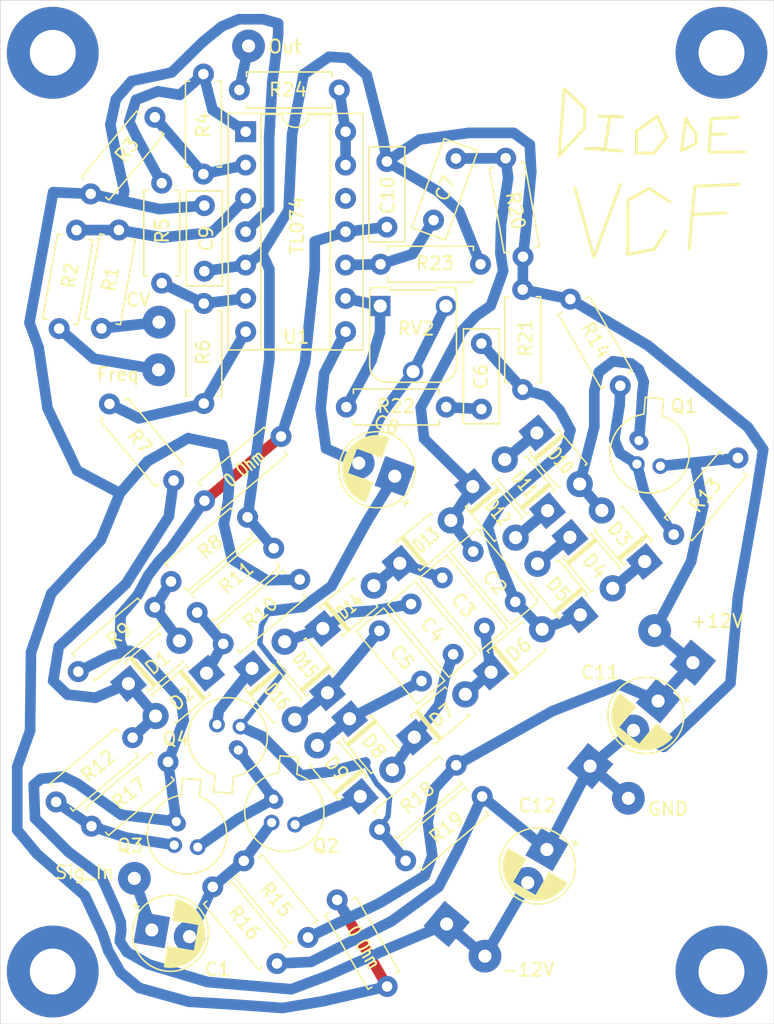
<source format=kicad_pcb>
(kicad_pcb (version 20171130) (host pcbnew "(5.1.2-1)-1")
  (layers (0 F.Cu signal) (31 B.Cu signal) (34 B.Paste user hide) (35 F.Paste user hide) (36 B.SilkS user hide) (37 F.SilkS user) (38 B.Mask user hide) (39 F.Mask user hide) (44 Edge.Cuts user))
  (net 0 "")
  (net 1 "Net-(C1-Pad2)")
  (net 2 "Net-(C1-Pad1)")
  (net 3 "Net-(C2-Pad1)")
  (net 4 "Net-(C2-Pad2)")
  (net 5 "Net-(C3-Pad2)")
  (net 6 "Net-(C3-Pad1)")
  (net 7 "Net-(C4-Pad2)")
  (net 8 "Net-(C4-Pad1)")
  (net 9 "Net-(C5-Pad1)")
  (net 10 "Net-(C5-Pad2)")
  (net 11 "Net-(C6-Pad1)")
  (net 12 "Net-(C7-Pad1)")
  (net 13 "Net-(C8-Pad1)")
  (net 14 "Net-(C8-Pad2)")
  (net 15 Earth)
  (net 16 +12V)
  (net 17 -12V)
  (net 18 "Net-(D1-Pad1)")
  (net 19 "Net-(D1-Pad2)")
  (net 20 "Net-(D2-Pad1)")
  (net 21 "Net-(D10-Pad2)")
  (net 22 "Net-(D3-Pad1)")
  (net 23 "Net-(D4-Pad1)")
  (net 24 "Net-(D9-Pad1)")
  (net 25 "Net-(D10-Pad1)")
  (net 26 "Net-(D11-Pad1)")
  (net 27 "Net-(D16-Pad1)")
  (net 28 "Net-(J1-Pad1)")
  (net 29 "Net-(J3-Pad1)")
  (net 30 "Net-(J7-Pad1)")
  (net 31 "Net-(Q1-Pad2)")
  (net 32 "Net-(Q2-Pad1)")
  (net 33 "Net-(Q4-Pad2)")
  (net 34 "Net-(R1-Pad1)")
  (net 35 "Net-(R3-Pad2)")
  (net 36 "Net-(R4-Pad1)")
  (net 37 "Net-(R5-Pad1)")
  (net 38 "Net-(R6-Pad1)")
  (net 39 "Net-(R22-Pad1)")
  (net 40 "Net-(R24-Pad2)")
  (net 41 "Net-(RV3-Pad2)")
  (module MountingHole:MountingHole_3.5mm_Pad (layer F.Cu) (at 16 86)
    (fp_text reference REF** hide)
    (fp_text value MountingHole_3.5mm_Pad)
    (pad 1 thru_hole circle (at 0 0) (size 7 7) (drill 3.5) (layers *.Cu *.Mask))
  )
  (module MountingHole:MountingHole_3.5mm_Pad (layer F.Cu) (at 67 86)
    (fp_text reference REF** hide)
    (fp_text value MountingHole_3.5mm_Pad)
    (pad 1 thru_hole circle (at 0 0) (size 7 7) (drill 3.5) (layers *.Cu *.Mask))
  )
  (module MountingHole:MountingHole_3.5mm_Pad (layer F.Cu) (at 67 16)
    (fp_text reference REF** hide)
    (fp_text value MountingHole_3.5mm_Pad)
    (pad 1 thru_hole circle (at 0 0) (size 7 7) (drill 3.5) (layers *.Cu *.Mask))
  )
  (module MountingHole:MountingHole_3.5mm_Pad (layer F.Cu) (at 16 16)
    (fp_text reference REF** hide)
    (fp_text value MountingHole_3.5mm_Pad)
    (pad 1 thru_hole circle (at 0 0) (size 7 7) (drill 3.5) (layers *.Cu *.Mask))
  )
  (module Resistor_THT:R_Axial_DIN0207_L6.3mm_D2.5mm_P7.62mm_Horizontal (layer F.Cu) (at 27.57 50.13 40)
    (fp_text reference "0 Ohm" (at 3.924121 0.068372 40) (layer F.SilkS) (effects (font (size 1 0.7))))
    (fp_text value R_Axial_DIN0207_L6.3mm_D2.5mm_P7.62mm_Horizontal)
    (pad 2 thru_hole oval (at 7.620001 0 40) (size 1.6 1.6) (drill 0.8) (layers *.Cu *.Mask) (net 17 -12V))
    (pad 1 thru_hole circle (at 0 0 40) (size 1.6 1.6) (drill 0.8) (layers *.Cu *.Mask) (net 17 -12V))
  )
  (module Resistor_THT:R_Axial_DIN0207_L6.3mm_D2.5mm_P7.62mm_Horizontal (layer F.Cu) (at 41.5 87.14 120)
    (fp_text reference "0 Ohm" (at 3.474416 -0.037865 120) (layer F.SilkS) (effects (font (size 1 0.7))))
    (fp_text value R_Axial_DIN0207_L6.3mm_D2.5mm_P7.62mm_Horizontal)
    (pad 2 thru_hole oval (at 7.62 0 120) (size 1.6 1.6) (drill 0.8) (layers *.Cu *.Mask) (net 16 +12V))
    (pad 1 thru_hole circle (at 0 0 120) (size 1.6 1.6) (drill 0.8) (layers *.Cu *.Mask) (net 16 +12V))
  )
  (module Capacitor_THT:CP_Radial_D5.0mm_P2.0mm_Bigger_Holes (layer F.Cu) (at 25.160471 83.943275 350)
    (fp_text reference C1 (at 3.677245 1.277587 180) (layer F.SilkS))
    (fp_text value 4u7)
    (pad 2 thru_hole circle (at 1.143 -0.8128 350) (size 2.4 2.4) (drill 1) (layers *.Cu *.Mask) (net 1 "Net-(C1-Pad2)"))
    (pad 1 thru_hole rect (at -1.778 -0.8128 350) (size 2.4 2.4) (drill 1) (layers *.Cu *.Mask) (net 2 "Net-(C1-Pad1)"))
  )
  (module Capacitor_THT:C_Rect_L7.0mm_W2.5mm_P5.00mm (layer F.Cu) (at 48.060818 53.999766 310)
    (fp_text reference C2 (at 2.860457 0.247355 130) (layer F.SilkS))
    (fp_text value 10n)
    (pad 1 thru_hole circle (at 0 0 310) (size 1.6 1.6) (drill 0.8) (layers *.Cu *.Mask) (net 3 "Net-(C2-Pad1)"))
    (pad 2 thru_hole circle (at 5 0 310) (size 1.6 1.6) (drill 0.8) (layers *.Cu *.Mask) (net 4 "Net-(C2-Pad2)"))
  )
  (module Capacitor_THT:C_Rect_L7.0mm_W2.5mm_P5.00mm (layer F.Cu) (at 45.706596 56.001299 310)
    (fp_text reference C3 (at 2.637114 0.106652 130) (layer F.SilkS))
    (fp_text value 10n)
    (pad 2 thru_hole circle (at 5 0 310) (size 1.6 1.6) (drill 0.8) (layers *.Cu *.Mask) (net 5 "Net-(C3-Pad2)"))
    (pad 1 thru_hole circle (at 0 0 310) (size 1.6 1.6) (drill 0.8) (layers *.Cu *.Mask) (net 6 "Net-(C3-Pad1)"))
  )
  (module Capacitor_THT:C_Rect_L7.0mm_W2.5mm_P5.00mm (layer F.Cu) (at 43.324199 58.000368 310)
    (fp_text reference C4 (at 2.530889 0.001336 130) (layer F.SilkS))
    (fp_text value 10n)
    (pad 2 thru_hole circle (at 5 0 310) (size 1.6 1.6) (drill 0.8) (layers *.Cu *.Mask) (net 7 "Net-(C4-Pad2)"))
    (pad 1 thru_hole circle (at 0 0 310) (size 1.6 1.6) (drill 0.8) (layers *.Cu *.Mask) (net 8 "Net-(C4-Pad1)"))
  )
  (module Capacitor_THT:C_Rect_L7.0mm_W2.5mm_P5.00mm (layer F.Cu) (at 40.909924 60.039238 310)
    (fp_text reference C5 (at 2.667725 -0.019966 130) (layer F.SilkS))
    (fp_text value 10n)
    (pad 1 thru_hole circle (at 0 0 310) (size 1.6 1.6) (drill 0.8) (layers *.Cu *.Mask) (net 9 "Net-(C5-Pad1)"))
    (pad 2 thru_hole circle (at 5 0 310) (size 1.6 1.6) (drill 0.8) (layers *.Cu *.Mask) (net 10 "Net-(C5-Pad2)"))
  )
  (module Capacitor_THT:C_Rect_L7.0mm_W2.5mm_P5.00mm (layer F.Cu) (at 48.69 43.15 90)
    (fp_text reference C6 (at 2.48 -0.03 90) (layer F.SilkS))
    (fp_text value 220n)
    (pad 1 thru_hole circle (at 0 0 90) (size 1.6 1.6) (drill 0.8) (layers *.Cu *.Mask) (net 11 "Net-(C6-Pad1)"))
    (pad 2 thru_hole circle (at 5 0 90) (size 1.6 1.6) (drill 0.8) (layers *.Cu *.Mask) (net 4 "Net-(C2-Pad2)"))
  )
  (module Capacitor_THT:C_Rect_L7.0mm_W2.5mm_P5.00mm (layer F.Cu) (at 45.04 28.75 70)
    (fp_text reference C7 (at 2.581874 0.018035 70) (layer F.SilkS))
    (fp_text value 220n)
    (pad 2 thru_hole circle (at 5 0 70) (size 1.6 1.6) (drill 0.8) (layers *.Cu *.Mask) (net 3 "Net-(C2-Pad1)"))
    (pad 1 thru_hole circle (at 0 0 70) (size 1.6 1.6) (drill 0.8) (layers *.Cu *.Mask) (net 12 "Net-(C7-Pad1)"))
  )
  (module Capacitor_THT:CP_Radial_D5.0mm_P2.0mm_Bigger_Holes (layer F.Cu) (at 40.69 46.89 160)
    (fp_text reference C8 (at 0.1524 2.6416 160) (layer F.SilkS))
    (fp_text value 4u7)
    (pad 1 thru_hole rect (at -1.778 -0.8128 160) (size 2.4 2.4) (drill 1) (layers *.Cu *.Mask) (net 13 "Net-(C8-Pad1)"))
    (pad 2 thru_hole circle (at 1.143 -0.8128 160) (size 2.4 2.4) (drill 1) (layers *.Cu *.Mask) (net 14 "Net-(C8-Pad2)"))
  )
  (module Capacitor_THT:C_Rect_L7.0mm_W2.5mm_P5.00mm (layer F.Cu) (at 27.56 27.64 270)
    (fp_text reference C9 (at 2.53 -0.15 90) (layer F.SilkS))
    (fp_text value 100n)
    (pad 2 thru_hole circle (at 5 0 270) (size 1.6 1.6) (drill 0.8) (layers *.Cu *.Mask) (net 15 Earth))
    (pad 1 thru_hole circle (at 0 0 270) (size 1.6 1.6) (drill 0.8) (layers *.Cu *.Mask) (net 16 +12V))
  )
  (module Capacitor_THT:C_Rect_L7.0mm_W2.5mm_P5.00mm (layer F.Cu) (at 41.48 24.28 270)
    (fp_text reference C10 (at 2.58 -0.06 90) (layer F.SilkS))
    (fp_text value 100n)
    (pad 1 thru_hole circle (at 0 0 270) (size 1.6 1.6) (drill 0.8) (layers *.Cu *.Mask) (net 15 Earth))
    (pad 2 thru_hole circle (at 5 0 270) (size 1.6 1.6) (drill 0.8) (layers *.Cu *.Mask) (net 17 -12V))
  )
  (module Capacitor_THT:CP_Radial_D5.0mm_P2.0mm_Bigger_Holes (layer F.Cu) (at 60.4 66.23 230)
    (fp_text reference C11 (at -0.603639 3.978897) (layer F.SilkS))
    (fp_text value 10u)
    (pad 2 thru_hole circle (at 1.143 -0.8128 230) (size 2.4 2.4) (drill 1) (layers *.Cu *.Mask) (net 15 Earth))
    (pad 1 thru_hole rect (at -1.778 -0.8128 230) (size 2.4 2.4) (drill 1) (layers *.Cu *.Mask) (net 16 +12V))
  )
  (module Capacitor_THT:CP_Radial_D5.0mm_P2.0mm_Bigger_Holes (layer F.Cu) (at 52.09 77.84 240)
    (fp_text reference C12 (at -4.309794 1.495218) (layer F.SilkS))
    (fp_text value 10u)
    (pad 1 thru_hole rect (at -1.778 -0.8128 240) (size 2.4 2.4) (drill 1) (layers *.Cu *.Mask) (net 15 Earth))
    (pad 2 thru_hole circle (at 1.143 -0.8128 240) (size 2.4 2.4) (drill 1) (layers *.Cu *.Mask) (net 17 -12V))
  )
  (module Diode_THT:D_T-1_P5.08mm_Horizontal (layer F.Cu) (at 21.769157 64.064395 40)
    (fp_text reference D1 (at 2.733782 0.212581 40) (layer F.SilkS))
    (fp_text value D_Small)
    (pad 1 thru_hole rect (at 0 0 40) (size 2 2) (drill 1) (layers *.Cu *.Mask) (net 18 "Net-(D1-Pad1)"))
    (pad 2 thru_hole oval (at 5.08 0 40) (size 2 2) (drill 1) (layers *.Cu *.Mask) (net 19 "Net-(D1-Pad2)"))
  )
  (module Diode_THT:D_T-1_P5.08mm_Horizontal (layer F.Cu) (at 27.730439 63.265697 220)
    (fp_text reference D2 (at 2.649241 -0.262914 40) (layer F.SilkS))
    (fp_text value D_Small)
    (pad 1 thru_hole rect (at 0 0 220) (size 2 2) (drill 1) (layers *.Cu *.Mask) (net 20 "Net-(D2-Pad1)"))
    (pad 2 thru_hole oval (at 5.08 0 220) (size 2 2) (drill 1) (layers *.Cu *.Mask) (net 18 "Net-(D1-Pad1)"))
  )
  (module Diode_THT:D_T-1_P5.08mm_Horizontal (layer F.Cu) (at 61.13988 54.760739 130)
    (fp_text reference D3 (at 2.835674 -0.126812 130) (layer F.SilkS))
    (fp_text value D_Small)
    (pad 2 thru_hole oval (at 5.08 0 130) (size 2 2) (drill 1) (layers *.Cu *.Mask) (net 21 "Net-(D10-Pad2)"))
    (pad 1 thru_hole rect (at 0 0 130) (size 2 2) (drill 1) (layers *.Cu *.Mask) (net 22 "Net-(D3-Pad1)"))
  )
  (module Diode_THT:D_T-1_P5.08mm_Horizontal (layer F.Cu) (at 55.438499 52.913297 310)
    (fp_text reference D4 (at 2.890945 -0.043388 130) (layer F.SilkS))
    (fp_text value D_Small)
    (pad 1 thru_hole rect (at 0 0 310) (size 2 2) (drill 1) (layers *.Cu *.Mask) (net 23 "Net-(D4-Pad1)"))
    (pad 2 thru_hole oval (at 5.08 0 310) (size 2 2) (drill 1) (layers *.Cu *.Mask) (net 22 "Net-(D3-Pad1)"))
  )
  (module Diode_THT:D_T-1_P5.08mm_Horizontal (layer F.Cu) (at 56.234467 58.824655 130)
    (fp_text reference D5 (at 2.573679 -0.026288 130) (layer F.SilkS))
    (fp_text value D_Small)
    (pad 1 thru_hole rect (at 0 0 130) (size 2 2) (drill 1) (layers *.Cu *.Mask) (net 4 "Net-(C2-Pad2)"))
    (pad 2 thru_hole oval (at 5.08 0 130) (size 2 2) (drill 1) (layers *.Cu *.Mask) (net 23 "Net-(D4-Pad1)"))
  )
  (module Diode_THT:D_T-1_P5.08mm_Horizontal (layer F.Cu) (at 49.428719 63.190785 40)
    (fp_text reference D6 (at 2.722202 0.024819 40) (layer F.SilkS))
    (fp_text value D_Small)
    (pad 2 thru_hole oval (at 5.08 0 40) (size 2 2) (drill 1) (layers *.Cu *.Mask) (net 4 "Net-(C2-Pad2)"))
    (pad 1 thru_hole rect (at 0 0 40) (size 2 2) (drill 1) (layers *.Cu *.Mask) (net 5 "Net-(C3-Pad2)"))
  )
  (module Diode_THT:D_T-1_P5.08mm_Horizontal (layer F.Cu) (at 43.572442 68.143948 40)
    (fp_text reference D7 (at 2.66996 0.081287 40) (layer F.SilkS))
    (fp_text value D_Small)
    (pad 2 thru_hole oval (at 5.08 0 40) (size 2 2) (drill 1) (layers *.Cu *.Mask) (net 5 "Net-(C3-Pad2)"))
    (pad 1 thru_hole rect (at 0 0 40) (size 2 2) (drill 1) (layers *.Cu *.Mask) (net 7 "Net-(C4-Pad2)"))
  )
  (module Diode_THT:D_T-1_P5.08mm_Horizontal (layer F.Cu) (at 38.634387 66.739487 310)
    (fp_text reference D8 (at 2.801851 -0.071298 130) (layer F.SilkS))
    (fp_text value D_Small)
    (pad 2 thru_hole oval (at 5.08 0 310) (size 2 2) (drill 1) (layers *.Cu *.Mask) (net 7 "Net-(C4-Pad2)"))
    (pad 1 thru_hole rect (at 0 0 310) (size 2 2) (drill 1) (layers *.Cu *.Mask) (net 10 "Net-(C5-Pad2)"))
  )
  (module Diode_THT:D_T-1_P5.08mm_Horizontal (layer F.Cu) (at 39.450869 72.659736 130)
    (fp_text reference D9 (at 2.810797 -0.005382 130) (layer F.SilkS))
    (fp_text value D_Small)
    (pad 2 thru_hole oval (at 5.08 0 130) (size 2 2) (drill 1) (layers *.Cu *.Mask) (net 10 "Net-(C5-Pad2)"))
    (pad 1 thru_hole rect (at 0 0 130) (size 2 2) (drill 1) (layers *.Cu *.Mask) (net 24 "Net-(D9-Pad1)"))
  )
  (module Diode_THT:D_T-1_P5.08mm_Horizontal (layer F.Cu) (at 52.918628 44.963031 310)
    (fp_text reference D10 (at 2.800108 -0.028063 130) (layer F.SilkS) (effects (font (size 1 0.7))))
    (fp_text value D_Small)
    (pad 1 thru_hole rect (at 0 0 310) (size 2 2) (drill 1) (layers *.Cu *.Mask) (net 25 "Net-(D10-Pad1)"))
    (pad 2 thru_hole oval (at 5.08 0 310) (size 2 2) (drill 1) (layers *.Cu *.Mask) (net 21 "Net-(D10-Pad2)"))
  )
  (module Diode_THT:D_T-1_P5.08mm_Horizontal (layer F.Cu) (at 53.735111 50.88328 130)
    (fp_text reference D11 (at 2.670426 -0.050382 130) (layer F.SilkS) (effects (font (size 1 0.7))))
    (fp_text value D_Small)
    (pad 2 thru_hole oval (at 5.08 0 130) (size 2 2) (drill 1) (layers *.Cu *.Mask) (net 25 "Net-(D10-Pad1)"))
    (pad 1 thru_hole rect (at 0 0 130) (size 2 2) (drill 1) (layers *.Cu *.Mask) (net 26 "Net-(D11-Pad1)"))
  )
  (module Diode_THT:D_T-1_P5.08mm_Horizontal (layer F.Cu) (at 48.032497 49.049927 310)
    (fp_text reference D12 (at 2.735283 -0.194894 130) (layer F.SilkS) (effects (font (size 1 0.7))))
    (fp_text value D_Small)
    (pad 2 thru_hole oval (at 5.08 0 310) (size 2 2) (drill 1) (layers *.Cu *.Mask) (net 26 "Net-(D11-Pad1)"))
    (pad 1 thru_hole rect (at 0 0 310) (size 2 2) (drill 1) (layers *.Cu *.Mask) (net 3 "Net-(C2-Pad1)"))
  )
  (module Diode_THT:D_T-1_P5.08mm_Horizontal (layer F.Cu) (at 42.467329 54.894523 40)
    (fp_text reference D13 (at 2.683669 -0.051555 40) (layer F.SilkS) (effects (font (size 1 0.7))))
    (fp_text value D_Small)
    (pad 1 thru_hole rect (at 0 0 40) (size 2 2) (drill 1) (layers *.Cu *.Mask) (net 6 "Net-(C3-Pad1)"))
    (pad 2 thru_hole oval (at 5.08 0 40) (size 2 2) (drill 1) (layers *.Cu *.Mask) (net 3 "Net-(C2-Pad1)"))
  )
  (module Diode_THT:D_T-1_P5.08mm_Horizontal (layer F.Cu) (at 36.595731 59.860542 40)
    (fp_text reference D14 (at 2.647465 0.040749 40) (layer F.SilkS) (effects (font (size 1 0.7))))
    (fp_text value D_Small)
    (pad 2 thru_hole oval (at 5.08 0 40) (size 2 2) (drill 1) (layers *.Cu *.Mask) (net 6 "Net-(C3-Pad1)"))
    (pad 1 thru_hole rect (at 0 0 40) (size 2 2) (drill 1) (layers *.Cu *.Mask) (net 8 "Net-(C4-Pad1)"))
  )
  (module Diode_THT:D_T-1_P5.08mm_Horizontal (layer F.Cu) (at 36.947817 64.760627 130)
    (fp_text reference D15 (at 2.71583 0.062509 130) (layer F.SilkS) (effects (font (size 1 0.7))))
    (fp_text value D_Small)
    (pad 1 thru_hole rect (at 0 0 130) (size 2 2) (drill 1) (layers *.Cu *.Mask) (net 9 "Net-(C5-Pad1)"))
    (pad 2 thru_hole oval (at 5.08 0 130) (size 2 2) (drill 1) (layers *.Cu *.Mask) (net 8 "Net-(C4-Pad1)"))
  )
  (module Diode_THT:D_T-1_P5.08mm_Horizontal (layer F.Cu) (at 31.197744 62.901827 310)
    (fp_text reference D16 (at 2.87477 -0.084054 130) (layer F.SilkS) (effects (font (size 1 0.7))))
    (fp_text value D_Small)
    (pad 1 thru_hole rect (at 0 0 310) (size 2 2) (drill 1) (layers *.Cu *.Mask) (net 27 "Net-(D16-Pad1)"))
    (pad 2 thru_hole oval (at 5.08 0 310) (size 2 2) (drill 1) (layers *.Cu *.Mask) (net 9 "Net-(C5-Pad1)"))
  )
  (module Connector_Wire:SolderWirePad_1x01_Drill1mm (layer F.Cu) (at 24.1 36.52)
    (fp_text reference J1 hide)
    (fp_text value CV_In)
    (pad 1 thru_hole circle (at 0 0) (size 2.49936 2.49936) (drill 1.00076) (layers *.Cu *.Mask) (net 28 "Net-(J1-Pad1)"))
  )
  (module Connector_Wire:SolderWirePad_1x01_Drill1mm (layer F.Cu) (at 22.224113 78.903693 310)
    (fp_text reference J2 hide)
    (fp_text value Sig_In)
    (pad 1 thru_hole circle (at 0 0 310) (size 2.49936 2.49936) (drill 1.00076) (layers *.Cu *.Mask) (net 2 "Net-(C1-Pad1)"))
  )
  (module Connector_Wire:SolderWirePad_1x01_Drill1mm (layer F.Cu) (at 30.93 15.48)
    (fp_text reference J3 hide)
    (fp_text value Sig_Out)
    (pad 1 thru_hole circle (at 0 0) (size 2.49936 2.49936) (drill 1.00076) (layers *.Cu *.Mask) (net 29 "Net-(J3-Pad1)"))
  )
  (module Connector_Wire:SolderWirePad_1x02_P3.81mm_Drill1mm (layer F.Cu) (at 64.82 62.47 140)
    (fp_text reference J4 hide)
    (fp_text value +12V)
    (pad 1 thru_hole rect (at 0 0 140) (size 2.49936 2.49936) (drill 1.00076) (layers *.Cu *.Mask) (net 16 +12V))
    (pad 2 thru_hole circle (at 3.81 0 140) (size 2.49936 2.49936) (drill 1.00076) (layers *.Cu *.Mask) (net 16 +12V))
  )
  (module Connector_Wire:SolderWirePad_1x02_P3.81mm_Drill1mm (layer F.Cu) (at 56.98137 70.350979 320)
    (fp_text reference J5 hide)
    (fp_text value GND)
    (pad 2 thru_hole circle (at 3.81 0 320) (size 2.49936 2.49936) (drill 1.00076) (layers *.Cu *.Mask) (net 15 Earth))
    (pad 1 thru_hole rect (at 0 0 320) (size 2.49936 2.49936) (drill 1.00076) (layers *.Cu *.Mask) (net 15 Earth))
  )
  (module Connector_Wire:SolderWirePad_1x02_P3.81mm_Drill1mm (layer F.Cu) (at 46.04 82.38 320)
    (fp_text reference J6 hide)
    (fp_text value -12V)
    (pad 1 thru_hole rect (at 0 0 320) (size 2.49936 2.49936) (drill 1.00076) (layers *.Cu *.Mask) (net 17 -12V))
    (pad 2 thru_hole circle (at 3.81 0 320) (size 2.49936 2.49936) (drill 1.00076) (layers *.Cu *.Mask) (net 17 -12V))
  )
  (module Connector_Wire:SolderWirePad_1x01_Drill1mm (layer F.Cu) (at 24.07 40.15)
    (fp_text reference J7 hide)
    (fp_text value Freq_Off)
    (pad 1 thru_hole circle (at 0 0) (size 2.49936 2.49936) (drill 1.00076) (layers *.Cu *.Mask) (net 30 "Net-(J7-Pad1)"))
  )
  (module Package_TO_SOT_THT:TO-18-3 (layer F.Cu) (at 60.704008 45.54479 310)
    (fp_text reference Q1 (at 0.197907 -4.319305 180) (layer F.SilkS))
    (fp_text value BC109)
    (pad 1 thru_hole oval (at 0 0 310) (size 1.6 1.2) (drill 0.7) (layers *.Cu *.Mask) (net 21 "Net-(D10-Pad2)"))
    (pad 2 thru_hole oval (at 1.27 1.27 310) (size 1.2 1.2) (drill 0.7) (layers *.Cu *.Mask) (net 31 "Net-(Q1-Pad2)"))
    (pad 3 thru_hole oval (at 2.54 0 310) (size 1.2 1.2) (drill 0.7) (layers *.Cu *.Mask) (net 16 +12V))
  )
  (module Package_TO_SOT_THT:TO-18-3 (layer F.Cu) (at 32.846099 72.862682 310)
    (fp_text reference Q2 (at 5.279438 -0.757585 180) (layer F.SilkS))
    (fp_text value BC109)
    (pad 1 thru_hole oval (at 0 0 310) (size 1.6 1.2) (drill 0.7) (layers *.Cu *.Mask) (net 32 "Net-(Q2-Pad1)"))
    (pad 2 thru_hole oval (at 1.27 1.27 310) (size 1.2 1.2) (drill 0.7) (layers *.Cu *.Mask) (net 1 "Net-(C1-Pad2)"))
    (pad 3 thru_hole oval (at 2.54 0 310) (size 1.2 1.2) (drill 0.7) (layers *.Cu *.Mask) (net 24 "Net-(D9-Pad1)"))
  )
  (module Package_TO_SOT_THT:TO-18-3 (layer F.Cu) (at 30.156158 69.12799 130)
    (fp_text reference Q3 (at -0.277815 -10.997709 180) (layer F.SilkS))
    (fp_text value BC109)
    (pad 3 thru_hole oval (at 2.54 0 130) (size 1.2 1.2) (drill 0.7) (layers *.Cu *.Mask) (net 27 "Net-(D16-Pad1)"))
    (pad 2 thru_hole oval (at 1.27 1.27 130) (size 1.2 1.2) (drill 0.7) (layers *.Cu *.Mask) (net 13 "Net-(C8-Pad1)"))
    (pad 1 thru_hole oval (at 0 0 130) (size 1.6 1.2) (drill 0.7) (layers *.Cu *.Mask) (net 32 "Net-(Q2-Pad1)"))
  )
  (module Package_TO_SOT_THT:TO-18-3 (layer F.Cu) (at 25.420612 74.576696 310)
    (fp_text reference Q4 (at -4.857314 -4.022755 180) (layer F.SilkS))
    (fp_text value BC109)
    (pad 3 thru_hole oval (at 2.54 0 310) (size 1.2 1.2) (drill 0.7) (layers *.Cu *.Mask) (net 32 "Net-(Q2-Pad1)"))
    (pad 2 thru_hole oval (at 1.27 1.27 310) (size 1.2 1.2) (drill 0.7) (layers *.Cu *.Mask) (net 33 "Net-(Q4-Pad2)"))
    (pad 1 thru_hole oval (at 0 0 310) (size 1.6 1.2) (drill 0.7) (layers *.Cu *.Mask) (net 17 -12V))
  )
  (module Resistor_THT:R_Axial_DIN0207_L6.3mm_D2.5mm_P7.62mm_Horizontal (layer F.Cu) (at 21.04 29.5 260)
    (fp_text reference R1 (at 3.782731 -0.027279 80) (layer F.SilkS))
    (fp_text value 3k3)
    (pad 2 thru_hole oval (at 7.62 0 260) (size 1.6 1.6) (drill 0.8) (layers *.Cu *.Mask) (net 28 "Net-(J1-Pad1)"))
    (pad 1 thru_hole circle (at 0 0 260) (size 1.6 1.6) (drill 0.8) (layers *.Cu *.Mask) (net 34 "Net-(R1-Pad1)"))
  )
  (module Resistor_THT:R_Axial_DIN0207_L6.3mm_D2.5mm_P7.62mm_Horizontal (layer F.Cu) (at 17.81 29.51 260)
    (fp_text reference R2 (at 3.480938 -0.126378 80) (layer F.SilkS))
    (fp_text value 15K)
    (pad 1 thru_hole circle (at 0 0 260) (size 1.6 1.6) (drill 0.8) (layers *.Cu *.Mask) (net 34 "Net-(R1-Pad1)"))
    (pad 2 thru_hole oval (at 7.62 0 260) (size 1.6 1.6) (drill 0.8) (layers *.Cu *.Mask) (net 30 "Net-(J7-Pad1)"))
  )
  (module Resistor_THT:R_Axial_DIN0207_L6.3mm_D2.5mm_P7.62mm_Horizontal (layer F.Cu) (at 18.89 26.75 50)
    (fp_text reference R3 (at 4.354431 -0.037823 50) (layer F.SilkS))
    (fp_text value 33k)
    (pad 2 thru_hole oval (at 7.62 0 50) (size 1.6 1.6) (drill 0.8) (layers *.Cu *.Mask) (net 35 "Net-(R3-Pad2)"))
    (pad 1 thru_hole circle (at 0 0 50) (size 1.6 1.6) (drill 0.8) (layers *.Cu *.Mask) (net 16 +12V))
  )
  (module Resistor_THT:R_Axial_DIN0207_L6.3mm_D2.5mm_P7.62mm_Horizontal (layer F.Cu) (at 27.49 17.62 270)
    (fp_text reference R4 (at 3.88 0.03 90) (layer F.SilkS))
    (fp_text value 10k)
    (pad 1 thru_hole circle (at 0 0 270) (size 1.6 1.6) (drill 0.8) (layers *.Cu *.Mask) (net 36 "Net-(R4-Pad1)"))
    (pad 2 thru_hole oval (at 7.62 0 270) (size 1.6 1.6) (drill 0.8) (layers *.Cu *.Mask) (net 35 "Net-(R3-Pad2)"))
  )
  (module Resistor_THT:R_Axial_DIN0207_L6.3mm_D2.5mm_P7.62mm_Horizontal (layer F.Cu) (at 24.31 33.55 90)
    (fp_text reference R5 (at 4 0.03 90) (layer F.SilkS))
    (fp_text value 22k)
    (pad 2 thru_hole oval (at 7.62 0 90) (size 1.6 1.6) (drill 0.8) (layers *.Cu *.Mask) (net 36 "Net-(R4-Pad1)"))
    (pad 1 thru_hole circle (at 0 0 90) (size 1.6 1.6) (drill 0.8) (layers *.Cu *.Mask) (net 37 "Net-(R5-Pad1)"))
  )
  (module Resistor_THT:R_Axial_DIN0207_L6.3mm_D2.5mm_P7.62mm_Horizontal (layer F.Cu) (at 27.52 42.72 90)
    (fp_text reference R6 (at 3.91 -0.06 90) (layer F.SilkS))
    (fp_text value 10k)
    (pad 2 thru_hole oval (at 7.62 0 90) (size 1.6 1.6) (drill 0.8) (layers *.Cu *.Mask) (net 37 "Net-(R5-Pad1)"))
    (pad 1 thru_hole circle (at 0 0 90) (size 1.6 1.6) (drill 0.8) (layers *.Cu *.Mask) (net 38 "Net-(R6-Pad1)"))
  )
  (module Resistor_THT:R_Axial_DIN0207_L6.3mm_D2.5mm_P7.62mm_Horizontal (layer F.Cu) (at 25.22 48.59 130)
    (fp_text reference R7 (at 3.933544 -0.067315 130) (layer F.SilkS))
    (fp_text value 2k7)
    (pad 1 thru_hole circle (at 0 0 130) (size 1.6 1.6) (drill 0.8) (layers *.Cu *.Mask) (net 18 "Net-(D1-Pad1)"))
    (pad 2 thru_hole oval (at 7.62 0 130) (size 1.6 1.6) (drill 0.8) (layers *.Cu *.Mask) (net 38 "Net-(R6-Pad1)"))
  )
  (module Resistor_THT:R_Axial_DIN0207_L6.3mm_D2.5mm_P7.62mm_Horizontal (layer F.Cu) (at 30.856501 51.387282 220)
    (fp_text reference R8 (at 3.620905 0.097586 40) (layer F.SilkS))
    (fp_text value 2k2)
    (pad 1 thru_hole circle (at 0 0 220) (size 1.6 1.6) (drill 0.8) (layers *.Cu *.Mask) (net 15 Earth))
    (pad 2 thru_hole oval (at 7.62 0 220) (size 1.6 1.6) (drill 0.8) (layers *.Cu *.Mask) (net 19 "Net-(D1-Pad2)"))
  )
  (module Resistor_THT:R_Axial_DIN0207_L6.3mm_D2.5mm_P7.62mm_Horizontal (layer F.Cu) (at 17.945404 63.147818 40)
    (fp_text reference R9 (at 4.189517 -0.162978 40) (layer F.SilkS))
    (fp_text value 12k)
    (pad 2 thru_hole oval (at 7.62 0 40) (size 1.6 1.6) (drill 0.8) (layers *.Cu *.Mask) (net 19 "Net-(D1-Pad2)"))
    (pad 1 thru_hole circle (at 0 0 40) (size 1.6 1.6) (drill 0.8) (layers *.Cu *.Mask) (net 17 -12V))
  )
  (module Resistor_THT:R_Axial_DIN0207_L6.3mm_D2.5mm_P7.62mm_Horizontal (layer F.Cu) (at 28.998097 61.02714 40)
    (fp_text reference R10 (at 3.692164 0.021066 40) (layer F.SilkS))
    (fp_text value 12k)
    (pad 2 thru_hole oval (at 7.62 0 40) (size 1.6 1.6) (drill 0.8) (layers *.Cu *.Mask) (net 16 +12V))
    (pad 1 thru_hole circle (at 0 0 40) (size 1.6 1.6) (drill 0.8) (layers *.Cu *.Mask) (net 20 "Net-(D2-Pad1)"))
  )
  (module Resistor_THT:R_Axial_DIN0207_L6.3mm_D2.5mm_P7.62mm_Horizontal (layer F.Cu) (at 27.013115 58.645973 40)
    (fp_text reference R11 (at 3.987653 -0.121089 40) (layer F.SilkS))
    (fp_text value 3k3)
    (pad 1 thru_hole circle (at 0 0 40) (size 1.6 1.6) (drill 0.8) (layers *.Cu *.Mask) (net 20 "Net-(D2-Pad1)"))
    (pad 2 thru_hole oval (at 7.62 0 40) (size 1.6 1.6) (drill 0.8) (layers *.Cu *.Mask) (net 15 Earth))
  )
  (module Resistor_THT:R_Axial_DIN0207_L6.3mm_D2.5mm_P7.62mm_Horizontal (layer F.Cu) (at 16.253156 73.079037 40)
    (fp_text reference R12 (at 4.224865 -0.030477 40) (layer F.SilkS))
    (fp_text value 12k)
    (pad 2 thru_hole oval (at 7.62 0 40) (size 1.6 1.6) (drill 0.8) (layers *.Cu *.Mask) (net 18 "Net-(D1-Pad1)"))
    (pad 1 thru_hole circle (at 0 0 40) (size 1.6 1.6) (drill 0.8) (layers *.Cu *.Mask) (net 33 "Net-(Q4-Pad2)"))
  )
  (module Resistor_THT:R_Axial_DIN0207_L6.3mm_D2.5mm_P7.62mm_Horizontal (layer F.Cu) (at 63.356918 52.704614 50)
    (fp_text reference R13 (at 3.838679 -0.084033 50) (layer F.SilkS))
    (fp_text value 22k)
    (pad 2 thru_hole oval (at 7.62 0 50) (size 1.6 1.6) (drill 0.8) (layers *.Cu *.Mask) (net 16 +12V))
    (pad 1 thru_hole circle (at 0 0 50) (size 1.6 1.6) (drill 0.8) (layers *.Cu *.Mask) (net 31 "Net-(Q1-Pad2)"))
  )
  (module Resistor_THT:R_Axial_DIN0207_L6.3mm_D2.5mm_P7.62mm_Horizontal (layer F.Cu) (at 55.47 34.77 300)
    (fp_text reference R14 (at 3.656999 -0.094109 120) (layer F.SilkS))
    (fp_text value 39k)
    (pad 2 thru_hole oval (at 7.62 0 300) (size 1.6 1.6) (drill 0.8) (layers *.Cu *.Mask) (net 31 "Net-(Q1-Pad2)"))
    (pad 1 thru_hole circle (at 0 0 300) (size 1.6 1.6) (drill 0.8) (layers *.Cu *.Mask) (net 15 Earth))
  )
  (module Resistor_THT:R_Axial_DIN0207_L6.3mm_D2.5mm_P7.62mm_Horizontal (layer F.Cu) (at 30.567632 77.568115 310)
    (fp_text reference R15 (at 3.858143 0.009919 130) (layer F.SilkS))
    (fp_text value 12k)
    (pad 1 thru_hole circle (at 0 0 310) (size 1.6 1.6) (drill 0.8) (layers *.Cu *.Mask) (net 1 "Net-(C1-Pad2)"))
    (pad 2 thru_hole oval (at 7.62 0 310) (size 1.6 1.6) (drill 0.8) (layers *.Cu *.Mask) (net 16 +12V))
  )
  (module Resistor_THT:R_Axial_DIN0207_L6.3mm_D2.5mm_P7.62mm_Horizontal (layer F.Cu) (at 33.098597 85.391586 130)
    (fp_text reference R16 (at 3.975592 0.087285 130) (layer F.SilkS))
    (fp_text value 3k3)
    (pad 1 thru_hole circle (at 0 0 130) (size 1.6 1.6) (drill 0.8) (layers *.Cu *.Mask) (net 15 Earth))
    (pad 2 thru_hole oval (at 7.62 0 130) (size 1.6 1.6) (drill 0.8) (layers *.Cu *.Mask) (net 1 "Net-(C1-Pad2)"))
  )
  (module Resistor_THT:R_Axial_DIN0207_L6.3mm_D2.5mm_P7.62mm_Horizontal (layer F.Cu) (at 18.952057 74.926423 40)
    (fp_text reference R17 (at 3.814497 -0.084214 40) (layer F.SilkS))
    (fp_text value 560)
    (pad 1 thru_hole circle (at 0 0 40) (size 1.6 1.6) (drill 0.8) (layers *.Cu *.Mask) (net 33 "Net-(Q4-Pad2)"))
    (pad 2 thru_hole oval (at 7.62 0 40) (size 1.6 1.6) (drill 0.8) (layers *.Cu *.Mask) (net 17 -12V))
  )
  (module Resistor_THT:R_Axial_DIN0207_L6.3mm_D2.5mm_P7.62mm_Horizontal (layer F.Cu) (at 40.926737 75.180911 40)
    (fp_text reference R18 (at 3.771267 -0.00886 40) (layer F.SilkS))
    (fp_text value 12k)
    (pad 2 thru_hole oval (at 7.62 0 40) (size 1.6 1.6) (drill 0.8) (layers *.Cu *.Mask) (net 16 +12V))
    (pad 1 thru_hole circle (at 0 0 40) (size 1.6 1.6) (drill 0.8) (layers *.Cu *.Mask) (net 13 "Net-(C8-Pad1)"))
  )
  (module Resistor_THT:R_Axial_DIN0207_L6.3mm_D2.5mm_P7.62mm_Horizontal (layer F.Cu) (at 48.748977 72.664035 220)
    (fp_text reference R19 (at 3.616526 -0.080031 40) (layer F.SilkS))
    (fp_text value 3k3)
    (pad 1 thru_hole circle (at 0 0 220) (size 1.6 1.6) (drill 0.8) (layers *.Cu *.Mask) (net 15 Earth))
    (pad 2 thru_hole oval (at 7.62 0 220) (size 1.6 1.6) (drill 0.8) (layers *.Cu *.Mask) (net 13 "Net-(C8-Pad1)"))
  )
  (module Resistor_THT:R_Axial_DIN0207_L6.3mm_D2.5mm_P7.62mm_Horizontal (layer F.Cu) (at 50.54 24.03 280)
    (fp_text reference R20 (at 4.061356 -0.055598 100) (layer F.SilkS))
    (fp_text value 390k)
    (pad 1 thru_hole circle (at 0 0 280) (size 1.6 1.6) (drill 0.8) (layers *.Cu *.Mask) (net 3 "Net-(C2-Pad1)"))
    (pad 2 thru_hole oval (at 7.62 0 280) (size 1.6 1.6) (drill 0.8) (layers *.Cu *.Mask) (net 15 Earth))
  )
  (module Resistor_THT:R_Axial_DIN0207_L6.3mm_D2.5mm_P7.62mm_Horizontal (layer F.Cu) (at 51.84 34.04 270)
    (fp_text reference R21 (at 3.67 -0.22 90) (layer F.SilkS))
    (fp_text value 390k)
    (pad 1 thru_hole circle (at 0 0 270) (size 1.6 1.6) (drill 0.8) (layers *.Cu *.Mask) (net 15 Earth))
    (pad 2 thru_hole oval (at 7.62 0 270) (size 1.6 1.6) (drill 0.8) (layers *.Cu *.Mask) (net 4 "Net-(C2-Pad2)"))
  )
  (module Resistor_THT:R_Axial_DIN0207_L6.3mm_D2.5mm_P7.62mm_Horizontal (layer F.Cu) (at 38.39 42.99)
    (fp_text reference R22 (at 3.8 -0.07) (layer F.SilkS))
    (fp_text value 56k)
    (pad 2 thru_hole oval (at 7.62 0) (size 1.6 1.6) (drill 0.8) (layers *.Cu *.Mask) (net 11 "Net-(C6-Pad1)"))
    (pad 1 thru_hole circle (at 0 0) (size 1.6 1.6) (drill 0.8) (layers *.Cu *.Mask) (net 39 "Net-(R22-Pad1)"))
  )
  (module Resistor_THT:R_Axial_DIN0207_L6.3mm_D2.5mm_P7.62mm_Horizontal (layer F.Cu) (at 41 32.11)
    (fp_text reference R23 (at 4.14 -0.07) (layer F.SilkS))
    (fp_text value 56k)
    (pad 2 thru_hole oval (at 7.62 0) (size 1.6 1.6) (drill 0.8) (layers *.Cu *.Mask) (net 15 Earth))
    (pad 1 thru_hole circle (at 0 0) (size 1.6 1.6) (drill 0.8) (layers *.Cu *.Mask) (net 12 "Net-(C7-Pad1)"))
  )
  (module Resistor_THT:R_Axial_DIN0207_L6.3mm_D2.5mm_P7.62mm_Horizontal (layer F.Cu) (at 30.23 18.83)
    (fp_text reference R24 (at 3.71 -0.02) (layer F.SilkS))
    (fp_text value 1k)
    (pad 1 thru_hole circle (at 0 0) (size 1.6 1.6) (drill 0.8) (layers *.Cu *.Mask) (net 29 "Net-(J3-Pad1)"))
    (pad 2 thru_hole oval (at 7.62 0) (size 1.6 1.6) (drill 0.8) (layers *.Cu *.Mask) (net 40 "Net-(R24-Pad2)"))
  )
  (module Potentiometer_THT:Potentiometer_Runtron_RM-065_Vertical (layer F.Cu) (at 40.98 35.29)
    (fp_text reference RV2 (at 2.73 1.73) (layer F.SilkS))
    (fp_text value 500kLin)
    (pad 3 thru_hole circle (at 5 0) (size 1.55 1.55) (drill 1) (layers *.Cu *.Mask) (net 14 "Net-(C8-Pad2)"))
    (pad 1 thru_hole rect (at 0 0) (size 1.55 1.55) (drill 1) (layers *.Cu *.Mask) (net 39 "Net-(R22-Pad1)"))
    (pad 2 thru_hole circle (at 2.5 5) (size 1.55 1.55) (drill 1) (layers *.Cu *.Mask) (net 14 "Net-(C8-Pad2)"))
  )
  (module Package_DIP:DIP-14_W7.62mm_Socket (layer F.Cu) (at 30.71 22.01)
    (fp_text reference U1 (at 3.85 15.64) (layer F.SilkS))
    (fp_text value TL074)
    (pad 1 thru_hole rect (at 0 0) (size 1.6 1.6) (drill 0.8) (layers *.Cu *.Mask) (net 36 "Net-(R4-Pad1)"))
    (pad 8 thru_hole oval (at 7.62 15.24) (size 1.6 1.6) (drill 0.8) (layers *.Cu *.Mask) (net 14 "Net-(C8-Pad2)"))
    (pad 2 thru_hole oval (at 0 2.54) (size 1.6 1.6) (drill 0.8) (layers *.Cu *.Mask) (net 35 "Net-(R3-Pad2)"))
    (pad 9 thru_hole oval (at 7.62 12.7) (size 1.6 1.6) (drill 0.8) (layers *.Cu *.Mask) (net 39 "Net-(R22-Pad1)"))
    (pad 3 thru_hole oval (at 0 5.08) (size 1.6 1.6) (drill 0.8) (layers *.Cu *.Mask) (net 34 "Net-(R1-Pad1)"))
    (pad 10 thru_hole oval (at 7.62 10.16) (size 1.6 1.6) (drill 0.8) (layers *.Cu *.Mask) (net 12 "Net-(C7-Pad1)"))
    (pad 4 thru_hole oval (at 0 7.62) (size 1.6 1.6) (drill 0.8) (layers *.Cu *.Mask) (net 16 +12V))
    (pad 11 thru_hole oval (at 7.62 7.62) (size 1.6 1.6) (drill 0.8) (layers *.Cu *.Mask) (net 17 -12V))
    (pad 5 thru_hole oval (at 0 10.16) (size 1.6 1.6) (drill 0.8) (layers *.Cu *.Mask) (net 15 Earth))
    (pad 12 thru_hole oval (at 7.62 5.08) (size 1.6 1.6) (drill 0.8) (layers *.Cu *.Mask) (net 41 "Net-(RV3-Pad2)"))
    (pad 6 thru_hole oval (at 0 12.7) (size 1.6 1.6) (drill 0.8) (layers *.Cu *.Mask) (net 37 "Net-(R5-Pad1)"))
    (pad 13 thru_hole oval (at 7.62 2.54) (size 1.6 1.6) (drill 0.8) (layers *.Cu *.Mask) (net 40 "Net-(R24-Pad2)"))
    (pad 7 thru_hole oval (at 0 15.24) (size 1.6 1.6) (drill 0.8) (layers *.Cu *.Mask) (net 38 "Net-(R6-Pad1)"))
    (pad 14 thru_hole oval (at 7.62 0) (size 1.6 1.6) (drill 0.8) (layers *.Cu *.Mask) (net 40 "Net-(R24-Pad2)"))
  )
  (gr_line (start 64.84 28.32) (end 67.34 28.2) (layer F.SilkS) (width 0.22))
  (gr_line (start 64.96 26.17) (end 68.39 26.02) (layer F.SilkS) (width 0.22))
  (gr_line (start 64.53 30.97) (end 64.96 26.17) (layer F.SilkS) (width 0.22))
  (gr_line (start 61.88 30.97) (end 62.77 29.53) (layer F.SilkS) (width 0.22))
  (gr_line (start 59.85 31.36) (end 61.88 30.97) (layer F.SilkS) (width 0.22))
  (gr_line (start 59.89 27.19) (end 59.85 31.36) (layer F.SilkS) (width 0.22))
  (gr_line (start 61.49 26.33) (end 59.89 27.19) (layer F.SilkS) (width 0.22))
  (gr_line (start 63.05 27.34) (end 61.49 26.33) (layer F.SilkS) (width 0.22))
  (gr_line (start 57.27 31.56) (end 59.3 26.02) (layer F.SilkS) (width 0.22))
  (gr_line (start 55.83 26.33) (end 57.27 31.56) (layer F.SilkS) (width 0.22))
  (gr_line (start 66.29 21.02) (end 68.31 20.91) (layer F.SilkS) (width 0.22))
  (gr_line (start 66.21 22.23) (end 67.34 22.19) (layer F.SilkS) (width 0.22))
  (gr_line (start 66.05 23.56) (end 68.78 23.56) (layer F.SilkS) (width 0.22))
  (gr_line (start 66.21 21.02) (end 66.05 23.56) (layer F.SilkS) (width 0.22))
  (gr_line (start 65.08 22.23) (end 64.26 20.98) (layer F.SilkS) (width 0.22))
  (gr_line (start 65.08 22.9) (end 65.08 22.23) (layer F.SilkS) (width 0.22))
  (gr_line (start 63.95 23.44) (end 65.08 22.9) (layer F.SilkS) (width 0.22))
  (gr_line (start 64.3 20.98) (end 63.95 23.44) (layer F.SilkS) (width 0.22))
  (gr_line (start 62.81 22.43) (end 62.15 20.91) (layer F.SilkS) (width 0.22))
  (gr_line (start 61.84 23.64) (end 62.81 22.43) (layer F.SilkS) (width 0.22))
  (gr_line (start 60.51 23.64) (end 61.84 23.64) (layer F.SilkS) (width 0.22))
  (gr_line (start 60.51 21.96) (end 60.51 23.64) (layer F.SilkS) (width 0.22))
  (gr_line (start 62.11 20.83) (end 60.51 21.96) (layer F.SilkS) (width 0.22))
  (gr_line (start 56.65 23.29) (end 59.42 23.48) (layer F.SilkS) (width 0.22))
  (gr_line (start 58.13 23.29) (end 56.65 23.29) (layer F.SilkS) (width 0.22))
  (gr_line (start 58.48 20.83) (end 58.13 23.29) (layer F.SilkS) (width 0.22))
  (gr_line (start 59.46 20.87) (end 58.48 20.83) (layer F.SilkS) (width 0.22))
  (gr_line (start 57.63 20.83) (end 59.46 20.87) (layer F.SilkS) (width 0.22))
  (gr_line (start 56.57 20.24) (end 55.01 18.76) (layer F.SilkS) (width 0.22))
  (gr_line (start 56.57 21.73) (end 56.57 20.24) (layer F.SilkS) (width 0.22))
  (gr_line (start 54.62 23.83) (end 56.57 21.73) (layer F.SilkS) (width 0.22))
  (gr_line (start 55.01 18.76) (end 54.62 23.83) (layer F.SilkS) (width 0.22))
  (gr_text +12V (at 66.66 59.3) (layer F.SilkS) (effects (font (size 1 1))))
  (gr_text GND (at 62.91 73.61) (layer F.SilkS) (effects (font (size 1 1))))
  (gr_text -12V (at 52.25 85.86) (layer F.SilkS) (effects (font (size 1 1))))
  (gr_text Sig_In (at 18.41 78.44) (layer F.SilkS) (effects (font (size 1 1))))
  (gr_text CV (at 22.52 34.83) (layer F.SilkS) (effects (font (size 1 1))))
  (gr_text "Freq\n" (at 20.97 40.5) (layer F.SilkS) (effects (font (size 1 1))))
  (gr_text TL074 (at 34.63 29.16 90) (layer F.SilkS) (effects (font (size 1 1))))
  (gr_text Out (at 33.7 15.53) (layer F.SilkS) (effects (font (size 1 1))))
  (gr_line (start 71 12) (end 12 12) (layer Edge.Cuts) (width 0.05))
  (gr_line (start 71 90) (end 71 12) (layer Edge.Cuts) (width 0.05))
  (gr_line (start 12 90) (end 71 90) (layer Edge.Cuts) (width 0.05))
  (gr_line (start 12 12) (end 12 90) (layer Edge.Cuts) (width 0.05))
  (segment (start 26.427248 83.341303) (end 28.200555 79.554327) (width 0.8128) (layer B.Cu) (net 1))
  (segment (start 28.200555 79.554327) (end 30.567632 77.568115) (width 0.8128) (layer B.Cu) (net 1))
  (segment (start 30.567632 77.568115) (end 32.689563 74.651899) (width 0.8128) (layer B.Cu) (net 1))
  (segment (start 22.224113 78.903693) (end 23.550624 82.834077) (width 0.8128) (layer B.Cu) (net 2))
  (segment (start 48.060818 53.999766) (end 46.358835 51.629162) (width 0.8128) (layer B.Cu) (net 3))
  (segment (start 46.358835 51.629162) (end 48.032497 49.049927) (width 0.8128) (layer B.Cu) (net 3))
  (segment (start 46.750101 24.051537) (end 50.54 24.03) (width 0.8128) (layer B.Cu) (net 3))
  (segment (start 48.032497 49.049927) (end 44.32 45.4) (width 0.8128) (layer B.Cu) (net 3))
  (segment (start 44.32 45.4) (end 44.06 43.02) (width 0.8128) (layer B.Cu) (net 3))
  (segment (start 44.06 43.02) (end 45.12 41.11) (width 0.8128) (layer B.Cu) (net 3))
  (segment (start 45.12 41.11) (end 47.2 37.21) (width 0.8128) (layer B.Cu) (net 3))
  (segment (start 47.2 37.21) (end 48.27 36.06) (width 0.8128) (layer B.Cu) (net 3))
  (segment (start 48.27 36.06) (end 49.4 35.27) (width 0.8128) (layer B.Cu) (net 3))
  (segment (start 49.4 35.27) (end 50.35 32.62) (width 0.8128) (layer B.Cu) (net 3))
  (segment (start 50.35 32.62) (end 50.14 31.26) (width 0.8128) (layer B.Cu) (net 3))
  (segment (start 50.14 31.26) (end 50.19 29.06) (width 0.8128) (layer B.Cu) (net 3))
  (segment (start 50.19 29.06) (end 50.73 25.53) (width 0.8128) (layer B.Cu) (net 3))
  (segment (start 50.73 25.53) (end 50.54 24.03) (width 0.8128) (layer B.Cu) (net 3))
  (segment (start 51.274756 57.829988) (end 53.320225 59.925424) (width 0.8128) (layer B.Cu) (net 4))
  (segment (start 53.320225 59.925424) (end 56.234467 58.824655) (width 0.8128) (layer B.Cu) (net 4))
  (segment (start 48.69 38.15) (end 51.84 41.66) (width 0.8128) (layer B.Cu) (net 4))
  (segment (start 51.274756 57.829988) (end 49.75 54.17) (width 0.8128) (layer B.Cu) (net 4))
  (segment (start 49.75 54.17) (end 49.17 52.1) (width 0.8128) (layer B.Cu) (net 4))
  (segment (start 49.17 52.1) (end 50.21 50.33) (width 0.8128) (layer B.Cu) (net 4))
  (segment (start 50.21 50.33) (end 54.25 46.91) (width 0.8128) (layer B.Cu) (net 4))
  (segment (start 54.25 46.91) (end 55.17 45.94) (width 0.8128) (layer B.Cu) (net 4))
  (segment (start 55.17 45.94) (end 55.48 44.75) (width 0.8128) (layer B.Cu) (net 4))
  (segment (start 55.48 44.75) (end 54.66 43.23) (width 0.8128) (layer B.Cu) (net 4))
  (segment (start 54.66 43.23) (end 53.62 42.15) (width 0.8128) (layer B.Cu) (net 4))
  (segment (start 53.62 42.15) (end 51.84 41.66) (width 0.8128) (layer B.Cu) (net 4))
  (segment (start 48.920534 59.831521) (end 49.428719 63.190785) (width 0.8128) (layer B.Cu) (net 5))
  (segment (start 47.463948 64.878587) (end 49.428719 63.190785) (width 0.8128) (layer B.Cu) (net 5))
  (segment (start 40.487237 56.595181) (end 42.467329 54.894523) (width 0.8128) (layer B.Cu) (net 6))
  (segment (start 42.467329 54.894523) (end 45.706596 56.001299) (width 0.8128) (layer B.Cu) (net 6))
  (segment (start 46.538137 61.83059) (end 45.88 63.68) (width 0.8128) (layer B.Cu) (net 7))
  (segment (start 45.88 63.68) (end 45.46 65.67) (width 0.8128) (layer B.Cu) (net 7))
  (segment (start 45.46 65.67) (end 43.572442 68.143948) (width 0.8128) (layer B.Cu) (net 7))
  (segment (start 43.572442 68.143948) (end 41.899748 70.630993) (width 0.8128) (layer B.Cu) (net 7))
  (segment (start 43.324199 58.000368) (end 40.48 58.5) (width 0.8128) (layer B.Cu) (net 8))
  (segment (start 40.48 58.5) (end 38.56 58.64) (width 0.8128) (layer B.Cu) (net 8))
  (segment (start 38.56 58.64) (end 36.595731 59.860542) (width 0.8128) (layer B.Cu) (net 8))
  (segment (start 36.595731 59.860542) (end 33.682456 60.869121) (width 0.8128) (layer B.Cu) (net 8))
  (segment (start 40.909924 60.039238) (end 36.947817 64.760627) (width 0.8128) (layer B.Cu) (net 9))
  (segment (start 36.947817 64.760627) (end 34.463105 66.793333) (width 0.8128) (layer B.Cu) (net 9))
  (segment (start 36.185508 68.76823) (end 38.634387 66.739487) (width 0.8128) (layer B.Cu) (net 10))
  (segment (start 38.634387 66.739487) (end 44.123862 63.86946) (width 0.8128) (layer B.Cu) (net 10))
  (segment (start 48.69 43.15) (end 46.01 42.99) (width 0.8128) (layer B.Cu) (net 11))
  (segment (start 41 32.11) (end 38.33 32.17) (width 0.8128) (layer B.Cu) (net 12))
  (segment (start 41 32.11) (end 43.44 31.33) (width 0.8128) (layer B.Cu) (net 12))
  (segment (start 43.44 31.33) (end 45.04 28.75) (width 0.8128) (layer B.Cu) (net 12))
  (segment (start 42.911718 77.562077) (end 40.926737 75.180911) (width 0.8128) (layer B.Cu) (net 13))
  (segment (start 30.312694 67.338773) (end 33.61 63.16) (width 0.4064) (layer B.Cu) (net 13))
  (segment (start 33.61 63.16) (end 32.7 62.2) (width 0.4064) (layer B.Cu) (net 13))
  (segment (start 32.7 62.2) (end 31.79 61.03) (width 0.4064) (layer B.Cu) (net 13))
  (segment (start 31.79 61.03) (end 31.92 59.64) (width 0.4064) (layer B.Cu) (net 13))
  (segment (start 31.92 59.64) (end 32.51 58.54) (width 0.4064) (layer B.Cu) (net 13))
  (segment (start 32.51 58.54) (end 35.1 58.21) (width 0.8128) (layer B.Cu) (net 13))
  (segment (start 35.1 58.21) (end 37.26 56.63) (width 0.8128) (layer B.Cu) (net 13))
  (segment (start 37.26 56.63) (end 38.75 53.89) (width 0.8128) (layer B.Cu) (net 13))
  (segment (start 38.75 53.89) (end 39.91 51.79) (width 0.8128) (layer B.Cu) (net 13))
  (segment (start 39.91 51.79) (end 42.08278 48.261894) (width 0.8128) (layer B.Cu) (net 13))
  (segment (start 30.312694 67.338773) (end 32 68.09) (width 0.8128) (layer B.Cu) (net 13))
  (segment (start 32 68.09) (end 34.94 71.06) (width 0.8128) (layer B.Cu) (net 13))
  (segment (start 34.94 71.06) (end 37.18 70.77) (width 0.8128) (layer B.Cu) (net 13))
  (segment (start 37.18 70.77) (end 39.84 70.07) (width 0.8128) (layer B.Cu) (net 13))
  (segment (start 39.84 70.07) (end 40.26 70.95) (width 0.4064) (layer B.Cu) (net 13))
  (segment (start 40.26 70.95) (end 40.7 71.69) (width 0.4064) (layer B.Cu) (net 13))
  (segment (start 40.7 71.69) (end 41.27 72.26) (width 0.4064) (layer B.Cu) (net 13))
  (segment (start 41.688541 72.731459) (end 41.570714 74.150714) (width 0.4064) (layer B.Cu) (net 13))
  (segment (start 41.570714 74.150714) (end 40.926737 75.180911) (width 0.4064) (layer B.Cu) (net 13))
  (segment (start 41.27 72.26) (end 41.688541 72.731459) (width 0.4064) (layer B.Cu) (net 13))
  (segment (start 43.48 40.29) (end 45.98 35.29) (width 0.8128) (layer B.Cu) (net 14))
  (segment (start 43.48 40.29) (end 41.06 43.57) (width 0.8128) (layer B.Cu) (net 14))
  (segment (start 41.06 43.57) (end 39.337937 47.262853) (width 0.8128) (layer B.Cu) (net 14))
  (segment (start 39.337937 47.262853) (end 36.84 46.15) (width 0.8128) (layer B.Cu) (net 14))
  (segment (start 36.84 46.15) (end 36.43 43.11) (width 0.8128) (layer B.Cu) (net 14))
  (segment (start 36.43 43.11) (end 36.7 40.43) (width 0.8128) (layer B.Cu) (net 14))
  (segment (start 36.7 40.43) (end 38.33 37.25) (width 0.8128) (layer B.Cu) (net 14))
  (segment (start 32.850374 53.747931) (end 30.856501 51.387282) (width 0.8128) (layer B.Cu) (net 15))
  (segment (start 60.287935 67.628047) (end 56.98137 70.350979) (width 0.8128) (layer B.Cu) (net 15))
  (segment (start 56.98137 70.350979) (end 59.899999 72.8) (width 0.8128) (layer B.Cu) (net 15))
  (segment (start 53.682905 76.706607) (end 56.98137 70.350979) (width 0.8128) (layer B.Cu) (net 15))
  (segment (start 53.682905 76.706607) (end 48.748977 72.664035) (width 0.8128) (layer B.Cu) (net 15))
  (segment (start 30.71 32.17) (end 27.56 32.64) (width 0.8128) (layer B.Cu) (net 15))
  (segment (start 48.62 32.11) (end 47 28.09) (width 0.8128) (layer B.Cu) (net 15))
  (segment (start 47 28.09) (end 45.36 26.55) (width 0.8128) (layer B.Cu) (net 15))
  (segment (start 45.36 26.55) (end 41.48 24.28) (width 0.8128) (layer B.Cu) (net 15))
  (segment (start 51.863199 31.534235) (end 51.84 34.04) (width 0.8128) (layer B.Cu) (net 15))
  (segment (start 55.47 34.77) (end 51.84 34.04) (width 0.8128) (layer B.Cu) (net 15))
  (segment (start 48.748977 72.664035) (end 46.88 76.77) (width 0.8128) (layer B.Cu) (net 15))
  (segment (start 46.88 76.77) (end 45.42 79.55) (width 0.8128) (layer B.Cu) (net 15))
  (segment (start 45.42 79.55) (end 41.86 82.15) (width 0.8128) (layer B.Cu) (net 15))
  (segment (start 41.86 82.15) (end 37.59 84.3) (width 0.8128) (layer B.Cu) (net 15))
  (segment (start 37.59 84.3) (end 35.69 85.27) (width 0.8128) (layer B.Cu) (net 15))
  (segment (start 35.69 85.27) (end 33.098597 85.391586) (width 0.8128) (layer B.Cu) (net 15))
  (segment (start 32.52 32.5) (end 31.960201 31.260201) (width 0.8128) (layer B.Cu) (net 15))
  (segment (start 30.856501 51.387282) (end 32.52 39.36) (width 0.8128) (layer B.Cu) (net 15))
  (segment (start 32.52 39.36) (end 32.52 32.5) (width 0.8128) (layer B.Cu) (net 15))
  (segment (start 30.71 32.17) (end 31.960201 31.260201) (width 0.8128) (layer B.Cu) (net 15))
  (segment (start 31.960201 31.260201) (end 33.98 27.99) (width 0.8128) (layer B.Cu) (net 15))
  (segment (start 33.98 27.99) (end 34.25 22.22) (width 0.8128) (layer B.Cu) (net 15))
  (segment (start 34.25 22.22) (end 35.13 17.64) (width 0.8128) (layer B.Cu) (net 15))
  (segment (start 35.13 17.64) (end 37.07 16.3) (width 0.8128) (layer B.Cu) (net 15))
  (segment (start 37.07 16.3) (end 38.46 16.39) (width 0.8128) (layer B.Cu) (net 15))
  (segment (start 38.46 16.39) (end 39.94 17.69) (width 0.8128) (layer B.Cu) (net 15))
  (segment (start 39.94 17.69) (end 41.18 22.54) (width 0.8128) (layer B.Cu) (net 15))
  (segment (start 41.18 22.54) (end 41.48 24.28) (width 0.8128) (layer B.Cu) (net 15))
  (segment (start 60.287935 67.628047) (end 62.6 68.88) (width 0.8128) (layer B.Cu) (net 15))
  (segment (start 62.6 68.88) (end 67.68 64.03) (width 0.8128) (layer B.Cu) (net 15))
  (segment (start 67.68 64.03) (end 68.26 57.44) (width 0.8128) (layer B.Cu) (net 15))
  (segment (start 68.26 57.44) (end 69.64 49.7) (width 0.8128) (layer B.Cu) (net 15))
  (segment (start 69.64 49.7) (end 70.18 46.22) (width 0.8128) (layer B.Cu) (net 15))
  (segment (start 70.18 46.22) (end 69.01 44.52) (width 0.8128) (layer B.Cu) (net 15))
  (segment (start 69.01 44.52) (end 61.39 38.3) (width 0.8128) (layer B.Cu) (net 15))
  (segment (start 61.39 38.3) (end 55.47 34.77) (width 0.8128) (layer B.Cu) (net 15))
  (segment (start 41.48 24.28) (end 43.97 22.61) (width 0.8128) (layer B.Cu) (net 15))
  (segment (start 43.97 22.61) (end 47.75 22.1) (width 0.8128) (layer B.Cu) (net 15))
  (segment (start 47.75 22.1) (end 51.15 22.1) (width 0.8128) (layer B.Cu) (net 15))
  (segment (start 51.15 22.1) (end 52.38 23) (width 0.8128) (layer B.Cu) (net 15))
  (segment (start 52.38 23) (end 52.49 25.05) (width 0.8128) (layer B.Cu) (net 15))
  (segment (start 52.49 25.05) (end 52.1 29.31) (width 0.8128) (layer B.Cu) (net 15))
  (segment (start 52.1 29.31) (end 51.863199 31.534235) (width 0.8128) (layer B.Cu) (net 15))
  (segment (start 62.165517 65.390431) (end 64.82 62.47) (width 0.8128) (layer B.Cu) (net 16))
  (segment (start 64.82 62.47) (end 61.901371 60.020979) (width 0.8128) (layer B.Cu) (net 16))
  (segment (start 27.56 27.64) (end 24.14 27.91) (width 0.8128) (layer B.Cu) (net 16))
  (segment (start 61.901371 60.020979) (end 64.68 54.76) (width 0.8128) (layer B.Cu) (net 16))
  (segment (start 64.68 54.76) (end 65.61 50.53) (width 0.8128) (layer B.Cu) (net 16))
  (segment (start 65.61 50.53) (end 64.966359 47.213641) (width 0.8128) (layer B.Cu) (net 16))
  (segment (start 64.966359 47.213641) (end 68.25496 46.867355) (width 0.8128) (layer B.Cu) (net 16))
  (segment (start 62.336689 47.490543) (end 64.966359 47.213641) (width 0.8128) (layer B.Cu) (net 16))
  (segment (start 46.763996 70.282869) (end 54.1 66.16) (width 0.8128) (layer B.Cu) (net 16))
  (segment (start 54.1 66.16) (end 59.25 64.14) (width 0.8128) (layer B.Cu) (net 16))
  (segment (start 59.25 64.14) (end 62.165517 65.390431) (width 0.8128) (layer B.Cu) (net 16))
  (segment (start 40.93 80.78) (end 44.37 78.71) (width 0.8128) (layer B.Cu) (net 16))
  (segment (start 44.37 78.71) (end 44.94 77.17) (width 0.8128) (layer B.Cu) (net 16))
  (segment (start 44.94 77.17) (end 44.59 74.57) (width 0.8128) (layer B.Cu) (net 16))
  (segment (start 44.59 74.57) (end 45.12 72.06) (width 0.8128) (layer B.Cu) (net 16))
  (segment (start 45.12 72.06) (end 46.763996 70.282869) (width 0.8128) (layer B.Cu) (net 16))
  (segment (start 34.835356 56.129098) (end 32.32 56.19) (width 0.8128) (layer B.Cu) (net 16))
  (segment (start 17.86 47.83) (end 15.6 43.08) (width 0.8128) (layer B.Cu) (net 16))
  (segment (start 15.6 43.08) (end 14.92 38.45) (width 0.8128) (layer B.Cu) (net 16))
  (segment (start 14.92 38.45) (end 14.22 36.56) (width 0.8128) (layer B.Cu) (net 16))
  (segment (start 14.22 36.56) (end 16.03 26.62) (width 0.8128) (layer B.Cu) (net 16))
  (segment (start 16.03 26.62) (end 18.89 26.75) (width 0.8128) (layer B.Cu) (net 16))
  (segment (start 30.71 29.63) (end 32.5 27.91) (width 0.8128) (layer B.Cu) (net 16))
  (segment (start 32.5 27.91) (end 32.5 22.49) (width 0.8128) (layer B.Cu) (net 16))
  (segment (start 32.5 22.49) (end 32.75 18.13) (width 0.8128) (layer B.Cu) (net 16))
  (segment (start 32.75 18.13) (end 32.89 17.18) (width 0.8128) (layer B.Cu) (net 16))
  (segment (start 32.89 17.18) (end 33.19 14.59) (width 0.8128) (layer B.Cu) (net 16))
  (segment (start 33.19 14.59) (end 33.19 13.76) (width 0.8128) (layer B.Cu) (net 16))
  (segment (start 33.19 13.76) (end 32.04 13.44) (width 0.8128) (layer B.Cu) (net 16))
  (segment (start 32.04 13.44) (end 30.19 13.44) (width 0.8128) (layer B.Cu) (net 16))
  (segment (start 30.19 13.44) (end 28.89 13.99) (width 0.8128) (layer B.Cu) (net 16))
  (segment (start 28.89 13.99) (end 27.46 15.15) (width 0.8128) (layer B.Cu) (net 16))
  (segment (start 27.46 15.15) (end 25.06 17.5) (width 0.8128) (layer B.Cu) (net 16))
  (segment (start 25.06 17.5) (end 22.01 18.15) (width 0.8128) (layer B.Cu) (net 16))
  (segment (start 22.01 18.15) (end 20.81 19.54) (width 0.8128) (layer B.Cu) (net 16))
  (segment (start 20.81 19.54) (end 20.39 21.48) (width 0.8128) (layer B.Cu) (net 16))
  (segment (start 20.39 21.48) (end 20.81 23.65) (width 0.8128) (layer B.Cu) (net 16))
  (segment (start 20.81 23.65) (end 21.45 26.51) (width 0.8128) (layer B.Cu) (net 16))
  (segment (start 21.322528 27.287472) (end 18.89 26.75) (width 0.8128) (layer B.Cu) (net 16))
  (segment (start 21.45 26.51) (end 21.322528 27.287472) (width 0.8128) (layer B.Cu) (net 16))
  (segment (start 24.14 27.91) (end 21.322528 27.287472) (width 0.8128) (layer B.Cu) (net 16))
  (segment (start 37.69 80.540886) (end 38.559111 81.919111) (width 0.8128) (layer B.Cu) (net 16))
  (segment (start 38.559111 81.919111) (end 40.93 80.78) (width 0.8128) (layer B.Cu) (net 16))
  (segment (start 35.465674 83.405374) (end 38.559111 81.919111) (width 0.8128) (layer B.Cu) (net 16))
  (segment (start 41.5 87.14) (end 36.58 88.27) (width 0.8128) (layer B.Cu) (net 16))
  (segment (start 36.58 88.27) (end 33.52 88.78) (width 0.8128) (layer B.Cu) (net 16))
  (segment (start 33.52 88.78) (end 30.05 88.53) (width 0.8128) (layer B.Cu) (net 16))
  (segment (start 18.44 80.21) (end 14.8 77.04) (width 0.8128) (layer B.Cu) (net 16))
  (segment (start 14.8 77.04) (end 13.29 75.22) (width 0.8128) (layer B.Cu) (net 16))
  (segment (start 13.29 75.22) (end 13.29 70.39) (width 0.8128) (layer B.Cu) (net 16))
  (segment (start 15.88 57.21) (end 19.66 53.13) (width 0.8128) (layer B.Cu) (net 16))
  (segment (start 19.66 53.13) (end 21.118395 49.561605) (width 0.8128) (layer B.Cu) (net 16))
  (segment (start 21.118395 49.561605) (end 17.86 47.83) (width 0.8128) (layer B.Cu) (net 16))
  (segment (start 15.88 57.21) (end 14.34 61.68) (width 0.8128) (layer B.Cu) (net 16))
  (segment (start 14.34 61.68) (end 14.27 67.66) (width 0.8128) (layer B.Cu) (net 16))
  (segment (start 14.27 67.66) (end 13.29 70.39) (width 0.8128) (layer B.Cu) (net 16))
  (segment (start 21.118395 49.561605) (end 23.22 47.13) (width 0.8128) (layer B.Cu) (net 16))
  (segment (start 23.22 47.13) (end 26.32 45.36) (width 0.8128) (layer B.Cu) (net 16))
  (segment (start 26.32 45.36) (end 28.93 45.9) (width 0.8128) (layer B.Cu) (net 16))
  (segment (start 28.93 45.9) (end 29.47 48.46) (width 0.8128) (layer B.Cu) (net 16))
  (segment (start 29.47 48.46) (end 29.36 50.21) (width 0.8128) (layer B.Cu) (net 16))
  (segment (start 29.36 50.21) (end 29.04 51.9) (width 0.8128) (layer B.Cu) (net 16))
  (segment (start 29.04 51.9) (end 29.67 54.58) (width 0.8128) (layer B.Cu) (net 16))
  (segment (start 29.67 54.58) (end 32.32 56.19) (width 0.8128) (layer B.Cu) (net 16))
  (segment (start 37.69 80.540886) (end 41.5 87.14) (width 0.8128) (layer F.Cu) (net 16))
  (segment (start 18.44 80.21) (end 19.81 83.14) (width 0.8128) (layer B.Cu) (net 16))
  (segment (start 19.81 83.14) (end 20.22 84.39) (width 0.8128) (layer B.Cu) (net 16))
  (segment (start 20.22 84.39) (end 21.18 86.08) (width 0.8128) (layer B.Cu) (net 16))
  (segment (start 21.18 86.08) (end 22.59 87.25) (width 0.8128) (layer B.Cu) (net 16))
  (segment (start 22.59 87.25) (end 26.35 88.3) (width 0.8128) (layer B.Cu) (net 16))
  (segment (start 26.35 88.3) (end 30.05 88.53) (width 0.8128) (layer B.Cu) (net 16))
  (segment (start 24.789316 70.028381) (end 25.99 66.84) (width 0.8128) (layer B.Cu) (net 17))
  (segment (start 25.99 66.84) (end 25.77 65.31) (width 0.8128) (layer B.Cu) (net 17))
  (segment (start 25.77 65.31) (end 22.69 61.83) (width 0.8128) (layer B.Cu) (net 17))
  (segment (start 22.69 61.83) (end 21.86 61.56) (width 0.8128) (layer B.Cu) (net 17))
  (segment (start 20.36 61.93) (end 17.945404 63.147818) (width 0.8128) (layer B.Cu) (net 17))
  (segment (start 25.420612 74.576696) (end 24.789316 70.028381) (width 0.8128) (layer B.Cu) (net 17))
  (segment (start 52.222405 79.236267) (end 48.958629 84.829021) (width 0.8128) (layer B.Cu) (net 17))
  (segment (start 48.958629 84.829021) (end 46.04 82.38) (width 0.8128) (layer B.Cu) (net 17))
  (segment (start 38.33 29.63) (end 41.48 29.28) (width 0.8128) (layer B.Cu) (net 17))
  (segment (start 25.420612 74.576696) (end 21.22 74.06) (width 0.8128) (layer B.Cu) (net 17))
  (segment (start 21.22 74.06) (end 17.89 71.69) (width 0.8128) (layer B.Cu) (net 17))
  (segment (start 17.89 71.69) (end 16.79 71.14) (width 0.8128) (layer B.Cu) (net 17))
  (segment (start 16.79 71.14) (end 15.1 71.32) (width 0.8128) (layer B.Cu) (net 17))
  (segment (start 15.1 71.32) (end 14.55 71.78) (width 0.8128) (layer B.Cu) (net 17))
  (segment (start 14.55 71.78) (end 14.65 74.33) (width 0.8128) (layer B.Cu) (net 17))
  (segment (start 14.65 74.33) (end 17.2 76.89) (width 0.8128) (layer B.Cu) (net 17))
  (segment (start 17.2 76.89) (end 19.67 78.72) (width 0.8128) (layer B.Cu) (net 17))
  (segment (start 19.67 78.72) (end 20.72 81.05) (width 0.8128) (layer B.Cu) (net 17))
  (segment (start 27.8 86.8) (end 34.19 87.35) (width 0.8128) (layer B.Cu) (net 17))
  (segment (start 34.19 87.35) (end 37.02 86.29) (width 0.8128) (layer B.Cu) (net 17))
  (segment (start 37.02 86.29) (end 41.47 84.3) (width 0.8128) (layer B.Cu) (net 17))
  (segment (start 41.47 84.3) (end 46.04 82.38) (width 0.8128) (layer B.Cu) (net 17))
  (segment (start 33.407259 45.231958) (end 35.23 39.63) (width 0.8128) (layer B.Cu) (net 17))
  (segment (start 35.23 39.63) (end 35.98 32.5) (width 0.8128) (layer B.Cu) (net 17))
  (segment (start 35.98 32.5) (end 35.98 30.37) (width 0.8128) (layer B.Cu) (net 17))
  (segment (start 35.98 30.37) (end 38.33 29.63) (width 0.8128) (layer B.Cu) (net 17))
  (segment (start 27.57 50.13) (end 24.97 53.82) (width 0.8128) (layer B.Cu) (net 17))
  (segment (start 24.97 53.82) (end 24.07 54.77) (width 0.8128) (layer B.Cu) (net 17))
  (segment (start 24.07 54.77) (end 23.28 55.81) (width 0.8128) (layer B.Cu) (net 17))
  (segment (start 23.28 55.81) (end 22.48 57.31) (width 0.8128) (layer B.Cu) (net 17))
  (segment (start 22.48 57.31) (end 21.18 58.83) (width 0.8128) (layer B.Cu) (net 17))
  (segment (start 21.18 58.83) (end 21.11 60.77) (width 0.8128) (layer B.Cu) (net 17))
  (segment (start 21.11 60.77) (end 21.450909 61.660909) (width 0.8128) (layer B.Cu) (net 17))
  (segment (start 21.450909 61.660909) (end 20.36 61.93) (width 0.8128) (layer B.Cu) (net 17))
  (segment (start 21.86 61.56) (end 21.450909 61.660909) (width 0.8128) (layer B.Cu) (net 17))
  (segment (start 27.57 50.13) (end 33.407259 45.231958) (width 0.8128) (layer F.Cu) (net 17))
  (segment (start 27.8 86.8) (end 23.33 85.46) (width 0.8128) (layer B.Cu) (net 17))
  (segment (start 23.33 85.46) (end 21.66 84.52) (width 0.8128) (layer B.Cu) (net 17))
  (segment (start 21.66 84.52) (end 21.11 83.69) (width 0.8128) (layer B.Cu) (net 17))
  (segment (start 21.11 83.69) (end 21.22 82.88) (width 0.8128) (layer B.Cu) (net 17))
  (segment (start 21.22 82.88) (end 21.18 82.23) (width 0.8128) (layer B.Cu) (net 17))
  (segment (start 21.18 82.23) (end 20.72 81.05) (width 0.8128) (layer B.Cu) (net 17))
  (segment (start 23.838933 66.531058) (end 21.769157 64.064395) (width 0.8128) (layer B.Cu) (net 18))
  (segment (start 23.838933 66.531058) (end 22.090415 68.180995) (width 0.8128) (layer B.Cu) (net 18))
  (segment (start 21.769157 64.064395) (end 19.25 65.14) (width 0.8128) (layer B.Cu) (net 18))
  (segment (start 19.25 65.14) (end 17.12 64.9) (width 0.8128) (layer B.Cu) (net 18))
  (segment (start 17.12 64.9) (end 16.03 63.85) (width 0.8128) (layer B.Cu) (net 18))
  (segment (start 16.03 63.85) (end 16.46 61.25) (width 0.8128) (layer B.Cu) (net 18))
  (segment (start 16.46 61.25) (end 21.58 56.46) (width 0.8128) (layer B.Cu) (net 18))
  (segment (start 21.58 56.46) (end 24.85 51.33) (width 0.8128) (layer B.Cu) (net 18))
  (segment (start 25.22 48.59) (end 24.85 51.33) (width 0.8128) (layer B.Cu) (net 18))
  (segment (start 25.660663 60.799034) (end 23.782663 58.249776) (width 0.8128) (layer B.Cu) (net 19))
  (segment (start 23.782663 58.249776) (end 25.019242 56.285324) (width 0.8128) (layer B.Cu) (net 19))
  (segment (start 27.013115 58.645973) (end 28.998097 61.02714) (width 0.8128) (layer B.Cu) (net 20))
  (segment (start 28.998097 61.02714) (end 27.730439 63.265697) (width 0.8128) (layer B.Cu) (net 20))
  (segment (start 57.874519 50.869233) (end 56.183989 48.854537) (width 0.8128) (layer B.Cu) (net 21))
  (segment (start 56.183989 48.854537) (end 57.3 44.5) (width 0.8128) (layer B.Cu) (net 21))
  (segment (start 57.3 44.5) (end 57.3 41.75) (width 0.8128) (layer B.Cu) (net 21))
  (segment (start 57.3 41.75) (end 57.65 40.32) (width 0.8128) (layer B.Cu) (net 21))
  (segment (start 57.65 40.32) (end 58.73 39.5) (width 0.8128) (layer B.Cu) (net 21))
  (segment (start 58.73 39.5) (end 60.11 39.68) (width 0.8128) (layer B.Cu) (net 21))
  (segment (start 60.11 39.68) (end 60.69 40.12) (width 0.8128) (layer B.Cu) (net 21))
  (segment (start 60.69 40.12) (end 61.07 41.05) (width 0.8128) (layer B.Cu) (net 21))
  (segment (start 61.07 41.05) (end 60.96 41.99) (width 0.8128) (layer B.Cu) (net 21))
  (segment (start 60.96 41.99) (end 60.87 43.48) (width 0.8128) (layer B.Cu) (net 21))
  (segment (start 60.87 43.48) (end 60.704008 45.54479) (width 0.8128) (layer B.Cu) (net 21))
  (segment (start 58.70386 56.804803) (end 61.13988 54.760739) (width 0.8128) (layer B.Cu) (net 22))
  (segment (start 55.438499 52.913297) (end 52.969106 54.933149) (width 0.8128) (layer B.Cu) (net 23))
  (segment (start 34.47878 74.808435) (end 39.450869 72.659736) (width 0.8128) (layer B.Cu) (net 24))
  (segment (start 52.918628 44.963031) (end 50.46975 46.991774) (width 0.8128) (layer B.Cu) (net 25))
  (segment (start 51.297858 52.941433) (end 53.735111 50.88328) (width 0.8128) (layer B.Cu) (net 26))
  (segment (start 31.197744 62.901827) (end 29.54 65) (width 0.8128) (layer B.Cu) (net 27))
  (segment (start 29.54 65) (end 28.66 66.13) (width 0.8128) (layer B.Cu) (net 27))
  (segment (start 28.66 66.13) (end 28.523477 67.182237) (width 0.8128) (layer B.Cu) (net 27))
  (segment (start 24.1 36.52) (end 19.716801 37.004235) (width 0.8128) (layer B.Cu) (net 28))
  (segment (start 30.23 18.83) (end 30.93 15.48) (width 0.8128) (layer B.Cu) (net 29))
  (segment (start 24.07 40.15) (end 19.13 39.3) (width 0.8128) (layer B.Cu) (net 30))
  (segment (start 19.13 39.3) (end 16.486801 37.014235) (width 0.8128) (layer B.Cu) (net 30))
  (segment (start 63.356918 52.704614) (end 61.15 49.63) (width 0.8128) (layer B.Cu) (net 31))
  (segment (start 61.15 49.63) (end 60.547472 47.334007) (width 0.8128) (layer B.Cu) (net 31))
  (segment (start 60.547472 47.334007) (end 59.26 46.52) (width 0.8128) (layer B.Cu) (net 31))
  (segment (start 59.26 46.52) (end 58.82 45.47) (width 0.8128) (layer B.Cu) (net 31))
  (segment (start 58.82 45.47) (end 59.23 42.84) (width 0.8128) (layer B.Cu) (net 31))
  (segment (start 59.23 42.84) (end 59.28 41.369114) (width 0.8128) (layer B.Cu) (net 31))
  (segment (start 27.053293 76.522449) (end 30.15 74.35) (width 0.8128) (layer B.Cu) (net 32))
  (segment (start 30.15 74.35) (end 32.846099 72.862682) (width 0.8128) (layer B.Cu) (net 32))
  (segment (start 32.846099 72.862682) (end 30.156158 69.12799) (width 0.8128) (layer B.Cu) (net 32))
  (segment (start 18.952057 74.926423) (end 16.253156 73.079037) (width 0.8128) (layer B.Cu) (net 33))
  (segment (start 18.952057 74.926423) (end 21.54 75.78) (width 0.8128) (layer B.Cu) (net 33))
  (segment (start 21.54 75.78) (end 25.264076 76.365913) (width 0.8128) (layer B.Cu) (net 33))
  (segment (start 17.81 29.51) (end 21.04 29.5) (width 0.8128) (layer B.Cu) (net 34))
  (segment (start 21.04 29.5) (end 24.36 30.07) (width 0.8128) (layer B.Cu) (net 34))
  (segment (start 24.36 30.07) (end 28.14 29.68) (width 0.8128) (layer B.Cu) (net 34))
  (segment (start 28.14 29.68) (end 29.24 28.62) (width 0.8128) (layer B.Cu) (net 34))
  (segment (start 29.24 28.62) (end 30.71 27.09) (width 0.8128) (layer B.Cu) (net 34))
  (segment (start 27.49 25.24) (end 30.71 24.55) (width 0.8128) (layer B.Cu) (net 35))
  (segment (start 27.49 25.24) (end 23.788042 20.912741) (width 0.8128) (layer B.Cu) (net 35))
  (segment (start 24.31 25.93) (end 22.43 22.49) (width 0.8128) (layer B.Cu) (net 36))
  (segment (start 22.43 22.49) (end 21.83 21.25) (width 0.8128) (layer B.Cu) (net 36))
  (segment (start 21.83 21.25) (end 22.34 19.59) (width 0.8128) (layer B.Cu) (net 36))
  (segment (start 22.34 19.59) (end 24.01 18.93) (width 0.8128) (layer B.Cu) (net 36))
  (segment (start 24.01 18.93) (end 25.69 19.2) (width 0.8128) (layer B.Cu) (net 36))
  (segment (start 25.69 19.2) (end 27.49 17.62) (width 0.8128) (layer B.Cu) (net 36))
  (segment (start 27.49 17.62) (end 28.19 20.35) (width 0.8128) (layer B.Cu) (net 36))
  (segment (start 28.19 20.35) (end 30.71 22.01) (width 0.8128) (layer B.Cu) (net 36))
  (segment (start 27.52 35.1) (end 30.71 34.71) (width 0.8128) (layer B.Cu) (net 37))
  (segment (start 27.52 35.1) (end 24.31 33.55) (width 0.8128) (layer B.Cu) (net 37))
  (segment (start 27.52 42.72) (end 30.71 37.25) (width 0.8128) (layer B.Cu) (net 38))
  (segment (start 20.321958 42.752741) (end 22.55 43.85) (width 0.8128) (layer B.Cu) (net 38))
  (segment (start 22.55 43.85) (end 25.47 43.18) (width 0.8128) (layer B.Cu) (net 38))
  (segment (start 25.47 43.18) (end 27.52 42.72) (width 0.8128) (layer B.Cu) (net 38))
  (segment (start 38.33 34.71) (end 40.98 35.29) (width 0.8128) (layer B.Cu) (net 39))
  (segment (start 38.39 42.99) (end 40.3 39.46) (width 0.8128) (layer B.Cu) (net 39))
  (segment (start 40.3 39.46) (end 40.95 37.3) (width 0.8128) (layer B.Cu) (net 39))
  (segment (start 40.95 37.3) (end 40.98 35.29) (width 0.8128) (layer B.Cu) (net 39))
  (segment (start 37.85 18.83) (end 38.33 22.01) (width 0.8128) (layer B.Cu) (net 40))
  (segment (start 38.33 22.01) (end 38.33 24.55) (width 0.8128) (layer B.Cu) (net 40))
)
</source>
